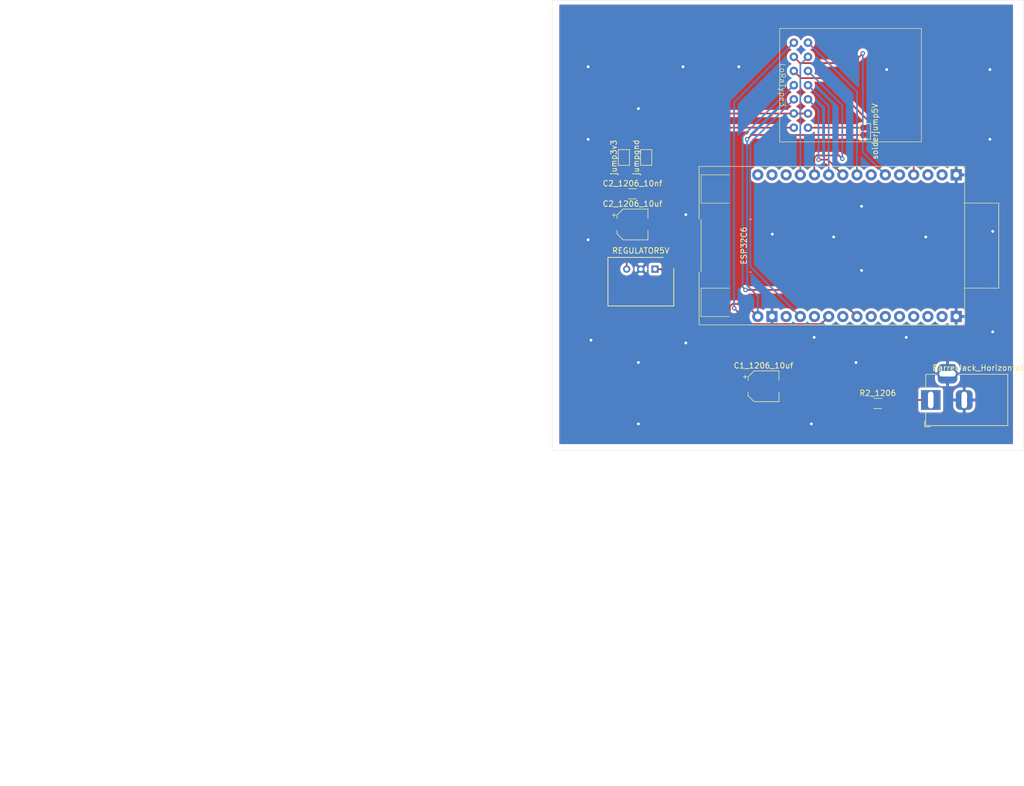
<source format=kicad_pcb>
(kicad_pcb (version 20241229) (generator "pcbnew") (generator_version "9.0")
  (layers (0 "F.Cu" signal) (2 "B.Cu" signal) (13 "F.Paste" user) (15 "B.Paste" user) (5 "F.SilkS" user "F.Silkscreen") (7 "B.SilkS" user "B.Silkscreen") (1 "F.Mask" user) (3 "B.Mask" user) (25 "Edge.Cuts" user))
  (net 0 "")
  (net 1 "5V")
  (net 2 "GND")
  (net 3 "3V3")
  (net 4 "5VEXT")
  (net 5 "DI4")
  (net 6 "DI0")
  (net 7 "DI1")
  (net 8 "DI2")
  (net 9 "DI3")
  (net 10 "LSCK")
  (net 11 "LMISO")
  (net 12 "LMOSI")
  (net 13 "LRST")
  (net 14 "LNSS")
  (net 15 "5V_2")
  (net 16 "3V3_2")
  (net 17 "L5V")
  (net 18 "L3V3")
  (net 19 "LGND")
  (footprint "Jumper:SolderJumper-2_P1.3mm_Open_Pad1.0x1.5mm" (layer "F.Cu") (at 171.6 78.58 -90)
    (property "Reference" "solderjump5V" (at 0 -1.8 90) (layer "F.SilkS"))
    (property "Value" "SolderJumper-2_P1.3mm_Open_Pad1.0x1.5mm")
    (fp_line (start -1.4 1) (end -1.4 -1) (stroke (width 0.12)) (layer "F.SilkS"))
    (fp_line (start 1.4 1) (end -1.4 1) (stroke (width 0.12)) (layer "F.SilkS"))
    (fp_line (start -1.4 -1) (end 1.4 -1) (stroke (width 0.12)) (layer "F.SilkS"))
    (fp_line (start 1.4 -1) (end 1.4 1) (stroke (width 0.12)) (layer "F.SilkS"))
    (pad "1" smd rect (at -0.65 0 270) (size 1 1.5) (layers "F.Cu" "F.Mask") (net 17 "L5V"))
    (pad "2" smd rect (at 0.65 0 270) (size 1 1.5) (layers "F.Cu" "F.Mask") (net 1 "5V"))
  )
  (footprint "Jumper:SolderJumper-2_P1.3mm_Bridged_Pad1.0x1.5mm" (layer "F.Cu") (at 128.4 83.26 90)
    (property "Reference" "jump3v3" (at 0 -1.8 90) (layer "F.SilkS"))
    (property "Value" "SolderJumper-2_P1.3mm_Bridged_Pad1.0x1.5mm")
    (fp_poly (pts (xy -0.25 -0.3) (xy 0.25 -0.3) (xy 0.25 0.3) (xy -0.25 0.3)) (fill yes) (layer "F.Cu"))
    (fp_line (start 1.4 -1) (end 1.4 1) (stroke (width 0.12)) (layer "F.SilkS"))
    (fp_line (start -1.4 -1) (end 1.4 -1) (stroke (width 0.12)) (layer "F.SilkS"))
    (fp_line (start 1.4 1) (end -1.4 1) (stroke (width 0.12)) (layer "F.SilkS"))
    (fp_line (start -1.4 1) (end -1.4 -1) (stroke (width 0.12)) (layer "F.SilkS"))
    (pad "1" smd rect (at -0.65 0 90) (size 1 1.5) (layers "F.Cu" "F.Mask") (net 3 "3V3"))
    (pad "2" smd rect (at 0.65 0 90) (size 1 1.5) (layers "F.Cu" "F.Mask") (net 18 "L3V3"))
  )
  (footprint "Jumper:SolderJumper-2_P1.3mm_Bridged_Pad1.0x1.5mm" (layer "F.Cu") (at 132.4 83.26 90)
    (property "Reference" "jumpgnd" (at 0 -1.8 90) (layer "F.SilkS"))
    (property "Value" "SolderJumper-2_P1.3mm_Bridged_Pad1.0x1.5mm")
    (fp_poly (pts (xy -0.25 -0.3) (xy 0.25 -0.3) (xy 0.25 0.3) (xy -0.25 0.3)) (fill yes) (layer "F.Cu"))
    (fp_line (start 1.4 -1) (end 1.4 1) (stroke (width 0.12)) (layer "F.SilkS"))
    (fp_line (start -1.4 -1) (end 1.4 -1) (stroke (width 0.12)) (layer "F.SilkS"))
    (fp_line (start 1.4 1) (end -1.4 1) (stroke (width 0.12)) (layer "F.SilkS"))
    (fp_line (start -1.4 1) (end -1.4 -1) (stroke (width 0.12)) (layer "F.SilkS"))
    (pad "1" smd rect (at -0.65 0 90) (size 1 1.5) (layers "F.Cu" "F.Mask") (net 2 "GND"))
    (pad "2" smd rect (at 0.65 0 90) (size 1 1.5) (layers "F.Cu" "F.Mask") (net 19 "LGND"))
  )
  (footprint "Capacitor_SMD:CP_Elec_5x3" (layer "F.Cu") (at 129.955 95.26)
    (property "Reference" "C2_1206_10uf" (at 0 -3.7 0) (layer "F.SilkS"))
    (property "Value" "C2_1206_10uf")
    (fp_line (start -3.625 -1.685) (end -3 -1.685) (stroke (width 0.12)) (layer "F.SilkS"))
    (fp_line (start -3.3125 -1.9975) (end -3.3125 -1.3725) (stroke (width 0.12)) (layer "F.SilkS"))
    (fp_line (start -2.76 -1.695563) (end -2.76 -1.06) (stroke (width 0.12)) (layer "F.SilkS"))
    (fp_line (start -2.76 -1.695563) (end -1.695563 -2.76) (stroke (width 0.12)) (layer "F.SilkS"))
    (fp_line (start -2.76 1.695563) (end -2.76 1.06) (stroke (width 0.12)) (layer "F.SilkS"))
    (fp_line (start -2.76 1.695563) (end -1.695563 2.76) (stroke (width 0.12)) (layer "F.SilkS"))
    (fp_line (start -1.695563 -2.76) (end 2.76 -2.76) (stroke (width 0.12)) (layer "F.SilkS"))
    (fp_line (start -1.695563 2.76) (end 2.76 2.76) (stroke (width 0.12)) (layer "F.SilkS"))
    (fp_line (start 2.76 -2.76) (end 2.76 -1.06) (stroke (width 0.12)) (layer "F.SilkS"))
    (fp_line (start 2.76 2.76) (end 2.76 1.06) (stroke (width 0.12)) (layer "F.SilkS"))
    (pad "1" smd roundrect (at -2.2 0) (size 3 1.6) (layers "F.Cu" "F.Mask" "F.Paste") (roundrect_rratio 0.15625) (net 3 "3V3"))
    (pad "2" smd roundrect (at 2.2 0) (size 3 1.6) (layers "F.Cu" "F.Mask" "F.Paste") (roundrect_rratio 0.15625) (net 2 "GND"))
  )
  (footprint "Capacitor_SMD:C_1206_3216Metric" (layer "F.Cu") (at 173.9 127.34)
    (property "Reference" "R2_1206" (at 0 -1.85 0) (layer "F.SilkS"))
    (property "Value" "R2_1206")
    (fp_line (start -0.711252 -0.91) (end 0.711252 -0.91) (stroke (width 0.12)) (layer "F.SilkS"))
    (fp_line (start -0.711252 0.91) (end 0.711252 0.91) (stroke (width 0.12)) (layer "F.SilkS"))
    (pad "1" smd roundrect (at -1.475 0) (size 1.15 1.8) (layers "F.Cu" "F.Mask" "F.Paste") (roundrect_rratio 0.217391) (net 1 "5V"))
    (pad "2" smd roundrect (at 1.475 0) (size 1.15 1.8) (layers "F.Cu" "F.Mask" "F.Paste") (roundrect_rratio 0.217391) (net 4 "5VEXT"))
  )
  (footprint "Capacitor_SMD:CP_Elec_5x3" (layer "F.Cu") (at 153.425 124.26)
    (property "Reference" "C1_1206_10uf" (at 0 -3.7 0) (layer "F.SilkS"))
    (property "Value" "C1_1206_10uf")
    (fp_line (start -3.625 -1.685) (end -3 -1.685) (stroke (width 0.12)) (layer "F.SilkS"))
    (fp_line (start -3.3125 -1.9975) (end -3.3125 -1.3725) (stroke (width 0.12)) (layer "F.SilkS"))
    (fp_line (start -2.76 -1.695563) (end -2.76 -1.06) (stroke (width 0.12)) (layer "F.SilkS"))
    (fp_line (start -2.76 -1.695563) (end -1.695563 -2.76) (stroke (width 0.12)) (layer "F.SilkS"))
    (fp_line (start -2.76 1.695563) (end -2.76 1.06) (stroke (width 0.12)) (layer "F.SilkS"))
    (fp_line (start -2.76 1.695563) (end -1.695563 2.76) (stroke (width 0.12)) (layer "F.SilkS"))
    (fp_line (start -1.695563 -2.76) (end 2.76 -2.76) (stroke (width 0.12)) (layer "F.SilkS"))
    (fp_line (start -1.695563 2.76) (end 2.76 2.76) (stroke (width 0.12)) (layer "F.SilkS"))
    (fp_line (start 2.76 -2.76) (end 2.76 -1.06) (stroke (width 0.12)) (layer "F.SilkS"))
    (fp_line (start 2.76 2.76) (end 2.76 1.06) (stroke (width 0.12)) (layer "F.SilkS"))
    (pad "1" smd roundrect (at -2.2 0) (size 3 1.6) (layers "F.Cu" "F.Mask" "F.Paste") (roundrect_rratio 0.15625) (net 1 "5V"))
    (pad "2" smd roundrect (at 2.2 0) (size 3 1.6) (layers "F.Cu" "F.Mask" "F.Paste") (roundrect_rratio 0.15625) (net 2 "GND"))
  )
  (footprint "Capacitor_SMD:C_1206_3216Metric" (layer "F.Cu") (at 129.955 89.76)
    (property "Reference" "C2_1206_10nf" (at 0 -1.85 0) (layer "F.SilkS"))
    (property "Value" "C3_1206_100nf")
    (fp_line (start -0.711252 -0.91) (end 0.711252 -0.91) (stroke (width 0.12)) (layer "F.SilkS"))
    (fp_line (start -0.711252 0.91) (end 0.711252 0.91) (stroke (width 0.12)) (layer "F.SilkS"))
    (pad "1" smd roundrect (at -1.475 0) (size 1.15 1.8) (layers "F.Cu" "F.Mask" "F.Paste") (roundrect_rratio 0.217391) (net 3 "3V3"))
    (pad "2" smd roundrect (at 1.475 0) (size 1.15 1.8) (layers "F.Cu" "F.Mask" "F.Paste") (roundrect_rratio 0.217391) (net 2 "GND"))
  )
  (footprint "Package_SIP:SIP3_11.6x8.5mm" (layer "F.Cu") (at 133.98 103.26 180)
    (property "Reference" "REGULATOR5V" (at 2.54 3.3 0) (layer "F.SilkS"))
    (property "Value" "SIP3_11.6x8.5mm")
    (fp_line (start 8.44 -6.6) (end 8.44 2.1) (stroke (width 0.15)) (layer "F.SilkS"))
    (fp_line (start -1.46 2.1) (end 8.44 2.1) (stroke (width 0.15)) (layer "F.SilkS"))
    (fp_line (start -3.36 0.1) (end -3.36 -6.6) (stroke (width 0.15)) (layer "F.SilkS"))
    (fp_line (start -3.36 -6.6) (end 8.44 -6.6) (stroke (width 0.15)) (layer "F.SilkS"))
    (pad "1" thru_hole rect (at 0 0 90) (size 1.3 1.3) (drill 0.7) (layers "*.Cu" "*.Mask") (net 1 "5V"))
    (pad "2" thru_hole circle (at 2.54 0) (size 1.3 1.3) (drill 0.7) (layers "*.Cu" "*.Mask") (net 2 "GND"))
    (pad "3" thru_hole circle (at 5.08 0 90) (size 1.3 1.3) (drill 0.7) (layers "*.Cu" "*.Mask") (net 3 "3V3"))
  )
  (footprint "GateWayProjectLibrary:LoRaType3" (layer "F.Cu") (at 156.32 70.3 -90)
    (property "Reference" "LoRaType3" (at 0 -0.5 270) (layer "F.SilkS") (effects (font (thickness 0.1))))
    (property "Value" "LoRaType3")
    (fp_rect (start 10.16 0) (end -10.16 -25.4) (stroke (width 0.1)) (fill no) (layer "F.SilkS"))
    (pad "1" thru_hole circle (at -7.62 -2.54 270) (size 1.524 1.524) (drill 0.762) (layers "*.Cu" "*.Mask") (net 10 "LSCK"))
    (pad "2" thru_hole circle (at -5.08 -2.54 270) (size 1.524 1.524) (drill 0.762) (layers "*.Cu" "*.Mask") (net 11 "LMISO"))
    (pad "3" thru_hole circle (at -2.54 -2.54 270) (size 1.524 1.524) (drill 0.762) (layers "*.Cu" "*.Mask") (net 12 "LMOSI"))
    (pad "4" thru_hole circle (at 0 -2.54 270) (size 1.524 1.524) (drill 0.762) (layers "*.Cu" "*.Mask") (net 14 "LNSS"))
    (pad "5" thru_hole circle (at 2.54 -2.54 270) (size 1.524 1.524) (drill 0.762) (layers "*.Cu" "*.Mask") (net 13 "LRST"))
    (pad "6" thru_hole circle (at 5.08 -2.54 270) (size 1.524 1.524) (drill 0.762) (layers "*.Cu" "*.Mask") (net 19 "LGND"))
    (pad "7" thru_hole circle (at 7.62 -2.54 270) (size 1.524 1.524) (drill 0.762) (layers "*.Cu" "*.Mask") (net 18 "L3V3"))
    (pad "8" thru_hole circle (at 7.62 -5.08 270) (size 1.524 1.524) (drill 0.762) (layers "*.Cu" "*.Mask") (net 17 "L5V"))
    (pad "9" thru_hole circle (at 5.08 -5.08 270) (size 1.524 1.524) (drill 0.762) (layers "*.Cu" "*.Mask") (net 19 "LGND"))
    (pad "10" thru_hole circle (at 2.54 -5.08 270) (size 1.524 1.524) (drill 0.762) (layers "*.Cu" "*.Mask") (net 9 "DI3"))
    (pad "11" thru_hole circle (at 0 -5.08 270) (size 1.524 1.524) (drill 0.762) (layers "*.Cu" "*.Mask") (net 8 "DI2"))
    (pad "12" thru_hole circle (at -2.54 -5.08 270) (size 1.524 1.524) (drill 0.762) (layers "*.Cu" "*.Mask") (net 7 "DI1"))
    (pad "13" thru_hole circle (at -5.08 -5.08 270) (size 1.524 1.524) (drill 0.762) (layers "*.Cu" "*.Mask") (net 6 "DI0"))
    (pad "14" thru_hole circle (at -7.62 -5.08 270) (size 1.524 1.524) (drill 0.762) (layers "*.Cu" "*.Mask") (net 5 "DI4"))
  )
  (footprint "Connector_BarrelJack:BarrelJack_Horizontal" (layer "F.Cu") (at 183.4 126.7175 180)
    (property "Reference" "BarrelJack_Horizontal" (at -8.45 5.75 0) (layer "F.SilkS"))
    (property "Value" "BarrelJack_Horizontal")
    (fp_line (start 1.1 -3.75) (end 1.1 -4.8) (stroke (width 0.12)) (layer "F.SilkS"))
    (fp_line (start 0.9 4.6) (end -1 4.6) (stroke (width 0.12)) (layer "F.SilkS"))
    (fp_line (start 0.9 1.9) (end 0.9 4.6) (stroke (width 0.12)) (layer "F.SilkS"))
    (fp_line (start 0.9 -4.6) (end 0.9 -2) (stroke (width 0.12)) (layer "F.SilkS"))
    (fp_line (start 0.05 -4.8) (end 1.1 -4.8) (stroke (width 0.12)) (layer "F.SilkS"))
    (fp_line (start -5 4.6) (end -13.8 4.6) (stroke (width 0.12)) (layer "F.SilkS"))
    (fp_line (start -13.8 4.6) (end -13.8 -4.6) (stroke (width 0.12)) (layer "F.SilkS"))
    (fp_line (start -13.8 -4.6) (end 0.9 -4.6) (stroke (width 0.12)) (layer "F.SilkS"))
    (pad "1" thru_hole rect (at 0 0 180) (size 3.5 3.5) (drill oval 1 3) (layers "*.Cu" "*.Mask") (net 4 "5VEXT"))
    (pad "2" thru_hole roundrect (at -6 0 180) (size 3 3.5) (drill oval 1 3) (layers "*.Cu" "*.Mask") (net 2 "GND"))
    (pad "3" thru_hole roundrect (at -3 4.7 180) (size 3.5 3.5) (drill oval 3 1) (layers "*.Cu" "*.Mask") (net 2 "GND"))
  )
  (footprint "GateWayProjectLibrary:ESP32C6" (layer "F.Cu") (at 170.18 99.06)
    (property "Reference" "ESP32C6" (at -20.28 0 90) (layer "F.SilkS"))
    (property "Value" "ESP32C6")
    (fp_line (start -28.3 -14.2) (end -28.3 -4.733333) (stroke (width 0.12)) (layer "F.SilkS"))
    (fp_line (start -28.3 4.733333) (end -28.3 14.199999) (stroke (width 0.12)) (layer "F.SilkS"))
    (fp_line (start -27.94 -12.7) (end -27.94 -7.62) (stroke (width 0.1)) (layer "F.SilkS"))
    (fp_line (start -27.94 -7.62) (end -22.86 -7.62) (stroke (width 0.1)) (layer "F.SilkS"))
    (fp_line (start -27.94 -4.733333) (end -27.94 4.733333) (stroke (width 0.12)) (layer "F.SilkS"))
    (fp_line (start -27.94 7.62) (end -22.86 7.62) (stroke (width 0.1)) (layer "F.SilkS"))
    (fp_line (start -27.94 12.7) (end -27.94 7.62) (stroke (width 0.1)) (layer "F.SilkS"))
    (fp_line (start -22.86 -12.7) (end -27.94 -12.7) (stroke (width 0.1)) (layer "F.SilkS"))
    (fp_line (start -22.86 12.7) (end -27.94 12.7) (stroke (width 0.1)) (layer "F.SilkS"))
    (fp_line (start -19.28 -14.2) (end -28.3 -14.2) (stroke (width 0.1)) (layer "F.SilkS"))
    (fp_line (start -19.28 -4.733333) (end -18.92 -4.733333) (stroke (width 0.12)) (layer "F.SilkS"))
    (fp_line (start -19.28 14.199999) (end -28.3 14.199999) (stroke (width 0.1)) (layer "F.SilkS"))
    (fp_line (start -19.28 14.199999) (end 19.28 14.2) (stroke (width 0.12)) (layer "F.SilkS"))
    (fp_line (start -18.92 4.733333) (end -19.28 4.733333) (stroke (width 0.12)) (layer "F.SilkS"))
    (fp_line (start 19.28 -14.199999) (end -19.28 -14.2) (stroke (width 0.12)) (layer "F.SilkS"))
    (fp_line (start 19.28 14.2) (end 19.28 -14.199999) (stroke (width 0.1)) (layer "F.SilkS"))
    (fp_line (start 25.4 -7.62) (end 19.18 -7.63) (stroke (width 0.1)) (layer "F.SilkS"))
    (fp_line (start 25.4 7.62) (end 19.27 7.6) (stroke (width 0.1)) (layer "F.SilkS"))
    (fp_line (start 25.4 7.62) (end 25.4 -7.62) (stroke (width 0.12)) (layer "F.SilkS"))
    (pad "0" thru_hole circle (at 0 -12.7) (size 2 2) (drill 1) (layers "*.Cu" "*.Mask") (net 5 "DI4"))
    (pad "1" thru_hole circle (at -2.54 -12.7) (size 2 2) (drill 1) (layers "*.Cu" "*.Mask") (net 9 "DI3"))
    (pad "2" thru_hole circle (at 15.24 12.7) (size 2 2) (drill 1) (layers "*.Cu" "*.Mask"))
    (pad "3" thru_hole circle (at 12.7 12.7) (size 2 2) (drill 1) (layers "*.Cu" "*.Mask"))
    (pad "3V3" thru_hole circle (at 15.24 -12.7) (size 2 2) (drill 1) (layers "*.Cu" "*.Mask") (net 16 "3V3_2"))
    (pad "4" thru_hole circle (at 10.16 -12.7) (size 2 2) (drill 1) (layers "*.Cu" "*.Mask") (net 12 "LMOSI"))
    (pad "5" thru_hole circle (at 7.62 -12.7) (size 2 2) (drill 1) (layers "*.Cu" "*.Mask"))
    (pad "5V" thru_hole circle (at -17.78 -12.7) (size 2 2) (drill 1) (layers "*.Cu" "*.Mask") (net 15 "5V_2"))
    (pad "5V" thru_hole circle (at -17.78 12.7) (size 2 2) (drill 1) (layers "*.Cu" "*.Mask") (net 1 "5V"))
    (pad "6" thru_hole circle (at 5.08 -12.7) (size 2 2) (drill 1) (layers "*.Cu" "*.Mask") (net 11 "LMISO"))
    (pad "7" thru_hole circle (at 2.54 -12.7) (size 2 2) (drill 1) (layers "*.Cu" "*.Mask"))
    (pad "8" thru_hole circle (at -5.08 -12.7) (size 2 2) (drill 1) (layers "*.Cu" "*.Mask") (net 8 "DI2"))
    (pad "9" thru_hole circle (at -12.7 12.7) (size 2 2) (drill 1) (layers "*.Cu" "*.Mask"))
    (pad "10" thru_hole circle (at -7.62 -12.7) (size 2 2) (drill 1) (layers "*.Cu" "*.Mask") (net 7 "DI1"))
    (pad "11" thru_hole circle (at -10.16 -12.7) (size 2 2) (drill 1) (layers "*.Cu" "*.Mask") (net 6 "DI0"))
    (pad "12" thru_hole circle (at -12.7 -12.7) (size 2 2) (drill 1) (layers "*.Cu" "*.Mask"))
    (pad "13" thru_hole circle (at -15.24 -12.7) (size 2 2) (drill 1) (layers "*.Cu" "*.Mask"))
    (pad "15" thru_hole circle (at 5.08 12.7) (size 2 2) (drill 1) (layers "*.Cu" "*.Mask"))
    (pad "18" thru_hole circle (at -10.16 12.7) (size 2 2) (drill 1) (layers "*.Cu" "*.Mask") (net 13 "LRST"))
    (pad "19" thru_hole circle (at -7.62 12.7) (size 2 2) (drill 1) (layers "*.Cu" "*.Mask"))
    (pad "20" thru_hole circle (at -5.08 12.7) (size 2 2) (drill 1) (layers "*.Cu" "*.Mask") (net 10 "LSCK"))
    (pad "21" thru_hole circle (at -2.54 12.7) (size 2 2) (drill 1) (layers "*.Cu" "*.Mask"))
    (pad "22" thru_hole circle (at 0 12.7) (size 2 2) (drill 1) (layers "*.Cu" "*.Mask") (net 14 "LNSS"))
    (pad "23" thru_hole circle (at 2.54 12.7) (size 2 2) (drill 1) (layers "*.Cu" "*.Mask"))
    (pad "GND" thru_hole rect (at -15.24 12.7) (size 2 2) (drill 1) (layers "*.Cu" "*.Mask") (net 2 "GND"))
    (pad "GND" thru_hole rect (at 17.78 -12.7) (size 2 2) (drill 1) (layers "*.Cu" "*.Mask") (net 2 "GND"))
    (pad "GND" thru_hole rect (at 17.78 12.7) (size 2 2) (drill 1) (layers "*.Cu" "*.Mask") (net 2 "GND"))
    (pad "RST" thru_hole circle (at 12.7 -12.7) (size 2 2) (drill 1) (layers "*.Cu" "*.Mask"))
    (pad "RX" thru_hole circle (at 7.62 12.7) (size 2 2) (drill 1) (layers "*.Cu" "*.Mask"))
    (pad "TX" thru_hole circle (at 10.16 12.7) (size 2 2) (drill 1) (layers "*.Cu" "*.Mask"))
  )
  (gr_rect (start 115.58 55.06) (end 199.94 135.8) (stroke (width 0.05)) (fill no) (layer "Edge.Cuts"))
  (gr_text "HYOMIN MK1_1" (at 120.66 125.46 0) (layer "F.Cu") (effects (font (size 1.5 1.5) (thickness 0.3) (bold yes)) (justify left bottom)))
  (segment (start 150.1532 109.5132) (end 147.8403 109.5132) (width 0.3) (layer "F.Cu") (net 1))
  (segment (start 147.8403 109.5132) (end 147.3998 109.9537) (width 0.3) (layer "F.Cu") (net 1))
  (segment (start 172.425 127.34) (end 154.305 127.34) (width 0.3) (layer "F.Cu") (net 1))
  (segment (start 147.3998 109.9537) (end 141.6754 109.9537) (width 0.3) (layer "F.Cu") (net 1))
  (segment (start 171.6 79.23) (end 151.2684 79.23) (width 0.3) (layer "F.Cu") (net 1))
  (segment (start 133.98 103.26) (end 134.9817 103.26) (width 0.3) (layer "F.Cu") (net 1))
  (segment (start 151.2684 79.23) (end 150.4858 80.0126) (width 0.3) (layer "F.Cu") (net 1))
  (segment (start 147.3998 120.4348) (end 151.225 124.26) (width 0.3) (layer "F.Cu") (net 1))
  (segment (start 141.6754 109.9537) (end 134.9817 103.26) (width 0.3) (layer "F.Cu") (net 1))
  (segment (start 147.3998 109.9537) (end 147.3998 120.4348) (width 0.3) (layer "F.Cu") (net 1))
  (segment (start 152.4 111.76) (end 150.1532 109.5132) (width 0.3) (layer "F.Cu") (net 1))
  (segment (start 154.305 127.34) (end 151.225 124.26) (width 0.3) (layer "F.Cu") (net 1))
  (via (at 150.4858 80.0126) (size 0.8) (drill 0.4) (layers "F.Cu" "B.Cu") (net 1))
  (segment (start 152.4 111.76) (end 152.4 108.1251) (width 0.3) (layer "B.Cu") (net 1))
  (segment (start 150.4858 106.211) (end 150.4858 80.0126) (width 0.3) (layer "B.Cu") (net 1))
  (segment (start 152.4 108.1251) (end 150.4859 106.211) (width 0.3) (layer "B.Cu") (net 1))
  (segment (start 150.4859 106.211) (end 150.4858 106.211) (width 0.3) (layer "B.Cu") (net 1))
  (via (at 155 97) (size 1) (drill 0.5) (layers "F.Cu" "B.Cu") (net 2))
  (via (at 122 98) (size 1) (drill 0.5) (layers "F.Cu" "B.Cu") (net 2))
  (via (at 170 120) (size 1) (drill 0.5) (layers "F.Cu" "B.Cu") (net 2))
  (via (at 175.5 67.5) (size 1) (drill 0.5) (layers "F.Cu" "B.Cu") (net 2))
  (via (at 131 131) (size 1) (drill 0.5) (layers "F.Cu" "B.Cu") (net 2))
  (via (at 194 80) (size 1) (drill 0.5) (layers "F.Cu" "B.Cu") (net 2))
  (via (at 139 67) (size 1) (drill 0.5) (layers "F.Cu" "B.Cu") (net 2))
  (via (at 166 97.5) (size 1) (drill 0.5) (layers "F.Cu" "B.Cu") (net 2))
  (via (at 194.5 114.5) (size 1) (drill 0.5) (layers "F.Cu" "B.Cu") (net 2))
  (via (at 194.5 96.5) (size 1) (drill 0.5) (layers "F.Cu" "B.Cu") (net 2))
  (via (at 162.5 115.5) (size 1) (drill 0.5) (layers "F.Cu" "B.Cu") (net 2))
  (via (at 182.5 97.5) (size 1) (drill 0.5) (layers "F.Cu" "B.Cu") (net 2))
  (via (at 122 67) (size 1) (drill 0.5) (layers "F.Cu" "B.Cu") (net 2))
  (via (at 194 67.5) (size 1) (drill 0.5) (layers "F.Cu" "B.Cu") (net 2))
  (via (at 139.5 93.5) (size 1) (drill 0.5) (layers "F.Cu" "B.Cu") (net 2))
  (via (at 179 115.5) (size 1) (drill 0.5) (layers "F.Cu" "B.Cu") (net 2))
  (via (at 122 80) (size 1) (drill 0.5) (layers "F.Cu" "B.Cu") (net 2))
  (via (at 131 74.5) (size 1) (drill 0.5) (layers "F.Cu" "B.Cu") (net 2))
  (via (at 171 103.5) (size 1) (drill 0.5) (layers "F.Cu" "B.Cu") (net 2))
  (via (at 122.5 116) (size 1) (drill 0.5) (layers "F.Cu" "B.Cu") (net 2))
  (via (at 149 67) (size 1) (drill 0.5) (layers "F.Cu" "B.Cu") (net 2))
  (via (at 131 120) (size 1) (drill 0.5) (layers "F.Cu" "B.Cu") (net 2))
  (via (at 162 131) (size 1) (drill 0.5) (layers "F.Cu" "B.Cu") (net 2))
  (via (at 139.5 116.5) (size 1) (drill 0.5) (layers "F.Cu" "B.Cu") (net 2))
  (via (at 171 92) (size 1) (drill 0.5) (layers "F.Cu" "B.Cu") (net 2))
  (segment (start 128.4 83.91) (end 128.4 84.7617) (width 0.3) (layer "F.Cu") (net 3))
  (segment (start 128.48 84.8417) (end 128.48 89.76) (width 0.3) (layer "F.Cu") (net 3))
  (segment (start 127.755 90.485) (end 127.755 95.26) (width 0.3) (layer "F.Cu") (net 3))
  (segment (start 128.48 89.76) (end 127.755 90.485) (width 0.3) (layer "F.Cu") (net 3))
  (segment (start 128.9 103.26) (end 128.9 96.405) (width 0.3) (layer "F.Cu") (net 3))
  (segment (start 128.4 84.7617) (end 128.48 84.8417) (width 0.3) (layer "F.Cu") (net 3))
  (segment (start 128.9 96.405) (end 127.755 95.26) (width 0.3) (layer "F.Cu") (net 3))
  (segment (start 175.9975 126.7175) (end 175.375 127.34) (width 0.3) (layer "F.Cu") (net 4))
  (segment (start 183.4 126.7175) (end 175.9975 126.7175) (width 0.3) (layer "F.Cu") (net 4))
  (segment (start 170.18 71.46) (end 161.4 62.68) (width 0.3) (layer "B.Cu") (net 5))
  (segment (start 170.18 86.36) (end 170.18 71.46) (width 0.3) (layer "B.Cu") (net 5))
  (segment (start 160.02 66.6) (end 161.4 65.22) (width 0.3) (layer "B.Cu") (net 6))
  (segment (start 160.02 86.36) (end 160.02 66.6) (width 0.3) (layer "B.Cu") (net 6))
  (segment (start 162.56 86.36) (end 162.527 86.327) (width 0.3) (layer "F.Cu") (net 7))
  (segment (start 162.527 86.327) (end 162.527 83.3281) (width 0.3) (layer "F.Cu") (net 7))
  (segment (start 162.527 83.3281) (end 162.9554 82.8997) (width 0.3) (layer "F.Cu") (net 7))
  (segment (start 166.9708 82.8997) (end 167.5455 83.4744) (width 0.3) (layer "F.Cu") (net 7))
  (segment (start 162.9554 82.8997) (end 166.9708 82.8997) (width 0.3) (layer "F.Cu") (net 7))
  (via (at 167.5455 83.4744) (size 0.8) (drill 0.4) (layers "F.Cu" "B.Cu") (net 7))
  (segment (start 167.5455 73.9055) (end 161.4 67.76) (width 0.3) (layer "B.Cu") (net 7))
  (segment (start 167.5455 83.4744) (end 167.5455 73.9055) (width 0.3) (layer "B.Cu") (net 7))
  (segment (start 165.1 74) (end 165.1 86.36) (width 0.3) (layer "B.Cu") (net 8))
  (segment (start 161.4 70.3) (end 165.1 74) (width 0.3) (layer "B.Cu") (net 8))
  (segment (start 167.64 86.36) (end 164.9315 83.6515) (width 0.3) (layer "F.Cu") (net 9))
  (segment (start 164.9315 83.6515) (end 163.2788 83.6515) (width 0.3) (layer "F.Cu") (net 9))
  (via (at 163.2788 83.6515) (size 0.8) (drill 0.4) (layers "F.Cu" "B.Cu") (net 9))
  (segment (start 161.4 72.84) (end 163.2788 74.7188) (width 0.3) (layer "B.Cu") (net 9))
  (segment (start 163.2788 74.7188) (end 163.2788 83.6515) (width 0.3) (layer "B.Cu") (net 9))
  (segment (start 150.9983 113.1117) (end 163.7483 113.1117) (width 0.3) (layer "F.Cu") (net 10))
  (segment (start 163.7483 113.1117) (end 165.1 111.76) (width 0.3) (layer "F.Cu") (net 10))
  (segment (start 148.1515 110.2649) (end 150.9983 113.1117) (width 0.3) (layer "F.Cu") (net 10))
  (via (at 148.1515 110.2649) (size 0.8) (drill 0.4) (layers "F.Cu" "B.Cu") (net 10))
  (segment (start 148.1515 110.2649) (end 148.1515 73.3885) (width 0.3) (layer "B.Cu") (net 10))
  (segment (start 148.1515 73.3885) (end 158.86 62.68) (width 0.3) (layer "B.Cu") (net 10))
  (segment (start 169.4682 66.3409) (end 171.2137 64.5954) (width 0.3) (layer "F.Cu") (net 11))
  (segment (start 159.9809 66.3409) (end 169.4682 66.3409) (width 0.3) (layer "F.Cu") (net 11))
  (segment (start 158.86 65.22) (end 159.9809 66.3409) (width 0.3) (layer "F.Cu") (net 11))
  (via (at 171.2137 64.5954) (size 0.8) (drill 0.4) (layers "F.Cu" "B.Cu") (net 11))
  (segment (start 171.2137 82.3137) (end 175.26 86.36) (width 0.3) (layer "B.Cu") (net 11))
  (segment (start 171.2137 64.5954) (end 171.2137 82.3137) (width 0.3) (layer "B.Cu") (net 11))
  (segment (start 180.34 86.36) (end 180.34 84.8285) (width 0.3) (layer "F.Cu") (net 12))
  (segment (start 180.34 84.8285) (end 164.5415 69.03) (width 0.3) (layer "F.Cu") (net 12))
  (segment (start 164.5415 69.03) (end 160.13 69.03) (width 0.3) (layer "F.Cu") (net 12))
  (segment (start 160.13 69.03) (end 158.86 67.76) (width 0.3) (layer "F.Cu") (net 12))
  (segment (start 151.0483 80.6517) (end 158.86 72.84) (width 0.3) (layer "B.Cu") (net 13))
  (segment (start 151.0483 102.7883) (end 151.0483 80.6517) (width 0.3) (layer "B.Cu") (net 13))
  (segment (start 160.02 111.76) (end 151.0483 102.7883) (width 0.3) (layer "B.Cu") (net 13))
  (segment (start 150.2046 106.9927) (end 165.4127 106.9927) (width 0.3) (layer "F.Cu") (net 14))
  (segment (start 165.4127 106.9927) (end 170.18 111.76) (width 0.3) (layer "F.Cu") (net 14))
  (via (at 150.2046 106.9927) (size 0.8) (drill 0.4) (layers "F.Cu" "B.Cu") (net 14))
  (segment (start 149.679 106.4671) (end 149.679 79.481) (width 0.3) (layer "B.Cu") (net 14))
  (segment (start 150.2046 106.9927) (end 149.679 106.4671) (width 0.3) (layer "B.Cu") (net 14))
  (segment (start 149.679 79.481) (end 158.86 70.3) (width 0.3) (layer "B.Cu") (net 14))
  (segment (start 161.4 77.92) (end 170.4883 77.92) (width 0.3) (layer "F.Cu") (net 17))
  (segment (start 170.4883 77.92) (end 170.4983 77.93) (width 0.3) (layer "F.Cu") (net 17))
  (segment (start 171.6 77.93) (end 170.4983 77.93) (width 0.3) (layer "F.Cu") (net 17))
  (segment (start 129.5017 82.61) (end 129.5017 82.7591) (width 0.3) (layer "F.Cu") (net 18))
  (segment (start 139.5945 84.7617) (end 146.4362 77.92) (width 0.3) (layer "F.Cu") (net 18))
  (segment (start 129.5017 82.7591) (end 131.5043 84.7617) (width 0.3) (layer "F.Cu") (net 18))
  (segment (start 146.4362 77.92) (end 158.86 77.92) (width 0.3) (layer "F.Cu") (net 18))
  (segment (start 131.5043 84.7617) (end 139.5945 84.7617) (width 0.3) (layer "F.Cu") (net 18))
  (segment (start 128.4 82.61) (end 129.5017 82.61) (width 0.3) (layer "F.Cu") (net 18))
  (segment (start 132.4 82.61) (end 132.4 81.7583) (width 0.3) (layer "F.Cu") (net 19))
  (segment (start 161.4 75.38) (end 158.86 75.38) (width 0.3) (layer "F.Cu") (net 19))
  (segment (start 138.7783 75.38) (end 132.4 81.7583) (width 0.3) (layer "F.Cu") (net 19))
  (segment (start 158.86 75.38) (end 138.7783 75.38) (width 0.3) (layer "F.Cu") (net 19))
  (zone (net 2) (net_name "GND") (layers "F.Cu" "B.Cu") (connect_pads (clearance 0.5)) (min_thickness 0.25) (fill yes (thermal_gap 0.5) (thermal_bridge_width 0.5) (island_removal_mode 1) (island_area_min 10))
    (polygon (pts (xy 116.84 55.88) (xy 116.84 134.62) (xy 198.12 134.62) (xy 198.12 55.88)))
  )
)
</source>
